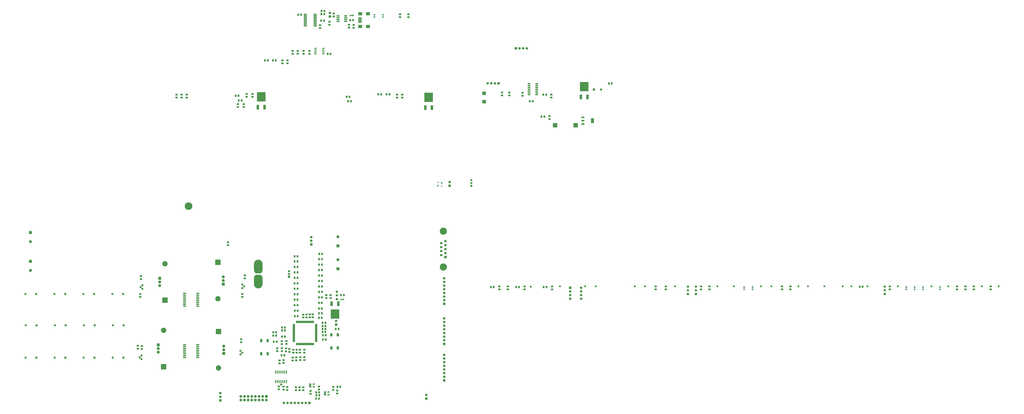
<source format=gts>
G04*
G04 #@! TF.GenerationSoftware,Altium Limited,Altium Designer,21.5.1 (32)*
G04*
G04 Layer_Color=8388736*
%FSLAX43Y43*%
%MOMM*%
G71*
G04*
G04 #@! TF.SameCoordinates,449709A0-46AC-47EF-B127-1EA7B65E703A*
G04*
G04*
G04 #@! TF.FilePolarity,Negative*
G04*
G01*
G75*
%ADD39R,1.306X1.058*%
%ADD46R,1.503X1.203*%
%ADD47R,1.203X1.503*%
%ADD48C,5.400*%
%ADD49O,2.303X0.803*%
%ADD50O,2.303X0.553*%
%ADD51R,1.723X0.803*%
%ADD52O,2.053X0.903*%
%ADD53R,1.503X0.903*%
%ADD54R,0.711X2.235*%
%ADD55O,0.711X2.235*%
G04:AMPARAMS|DCode=56|XSize=0.503mm|YSize=1.653mm|CornerRadius=0.151mm|HoleSize=0mm|Usage=FLASHONLY|Rotation=90.000|XOffset=0mm|YOffset=0mm|HoleType=Round|Shape=RoundedRectangle|*
%AMROUNDEDRECTD56*
21,1,0.503,1.351,0,0,90.0*
21,1,0.201,1.653,0,0,90.0*
1,1,0.302,0.676,0.101*
1,1,0.302,0.676,-0.101*
1,1,0.302,-0.676,-0.101*
1,1,0.302,-0.676,0.101*
%
%ADD56ROUNDEDRECTD56*%
G04:AMPARAMS|DCode=57|XSize=0.503mm|YSize=1.653mm|CornerRadius=0.151mm|HoleSize=0mm|Usage=FLASHONLY|Rotation=0.000|XOffset=0mm|YOffset=0mm|HoleType=Round|Shape=RoundedRectangle|*
%AMROUNDEDRECTD57*
21,1,0.503,1.351,0,0,0.0*
21,1,0.201,1.653,0,0,0.0*
1,1,0.302,0.101,-0.676*
1,1,0.302,-0.101,-0.676*
1,1,0.302,-0.101,0.676*
1,1,0.302,0.101,0.676*
%
%ADD57ROUNDEDRECTD57*%
%ADD58R,1.053X0.613*%
%ADD59R,2.103X3.403*%
%ADD60R,2.103X1.103*%
%ADD61R,3.123X3.053*%
%ADD62R,2.703X2.203*%
%ADD63R,2.453X0.703*%
%ADD64O,2.303X0.903*%
%ADD65R,1.003X1.003*%
%ADD66R,1.003X1.003*%
%ADD67R,6.003X6.403*%
%ADD68R,1.803X3.203*%
%ADD69R,2.553X2.403*%
%ADD70R,1.603X2.303*%
%ADD71R,1.703X1.703*%
%ADD72C,1.703*%
%ADD73C,2.003*%
%ADD74R,2.003X2.003*%
%ADD75R,1.703X1.703*%
%ADD76C,1.500*%
%ADD77R,1.500X1.500*%
G04:AMPARAMS|DCode=78|XSize=6.6mm|YSize=2.6mm|CornerRadius=1.3mm|HoleSize=0mm|Usage=FLASHONLY|Rotation=90.000|XOffset=0mm|YOffset=0mm|HoleType=Round|Shape=RoundedRectangle|*
%AMROUNDEDRECTD78*
21,1,6.600,0.000,0,0,90.0*
21,1,4.000,2.600,0,0,90.0*
1,1,2.600,0.000,2.000*
1,1,2.600,0.000,-2.000*
1,1,2.600,0.000,-2.000*
1,1,2.600,0.000,2.000*
%
%ADD78ROUNDEDRECTD78*%
%ADD79C,1.450*%
G04:AMPARAMS|DCode=80|XSize=1.219mm|YSize=1.219mm|CornerRadius=0.356mm|HoleSize=0mm|Usage=FLASHONLY|Rotation=90.000|XOffset=0mm|YOffset=0mm|HoleType=Round|Shape=RoundedRectangle|*
%AMROUNDEDRECTD80*
21,1,1.219,0.508,0,0,90.0*
21,1,0.508,1.219,0,0,90.0*
1,1,0.711,0.254,0.254*
1,1,0.711,0.254,-0.254*
1,1,0.711,-0.254,-0.254*
1,1,0.711,-0.254,0.254*
%
%ADD80ROUNDEDRECTD80*%
%ADD81C,1.603*%
%ADD82R,1.603X1.603*%
%ADD83R,2.000X2.000*%
%ADD84C,2.000*%
%ADD85R,3.700X3.700*%
%ADD86C,3.700*%
%ADD87C,1.403*%
%ADD88R,1.403X1.403*%
%ADD89R,1.703X1.703*%
%ADD90C,1.853*%
%ADD91R,1.853X1.853*%
%ADD92C,5.003*%
%ADD93R,1.703X1.703*%
%ADD94R,1.450X1.450*%
%ADD95C,1.553*%
%ADD96R,1.553X1.553*%
%ADD97C,5.283*%
%ADD98C,0.457*%
%ADD99C,0.711*%
%ADD100C,1.473*%
G36*
X197238Y116768D02*
X197392Y116666D01*
X197673Y116425D01*
X197922Y116152D01*
X198136Y115850D01*
X198311Y115524D01*
X198444Y115179D01*
X198535Y114820D01*
X198580Y114453D01*
Y114268D01*
X198580Y114268D01*
X198580Y110268D01*
Y110032D01*
X198506Y109565D01*
X198360Y109116D01*
X198146Y108696D01*
X197868Y108314D01*
X197534Y107980D01*
X197152Y107702D01*
X196732Y107488D01*
X196283Y107342D01*
X195816Y107268D01*
X195344D01*
X194878Y107342D01*
X194428Y107488D01*
X194008Y107702D01*
X193626Y107980D01*
X193292Y108314D01*
X193014Y108696D01*
X192800Y109116D01*
X192654Y109565D01*
X192580Y110032D01*
Y110268D01*
X192580D01*
Y114268D01*
Y114453D01*
X192625Y114820D01*
X192716Y115179D01*
X192849Y115524D01*
X193024Y115850D01*
X193238Y116152D01*
X193487Y116425D01*
X193768Y116666D01*
X193922Y116768D01*
X193922Y116768D01*
X197238Y116768D01*
D02*
G37*
G36*
X196283Y127194D02*
X196732Y127048D01*
X197152Y126834D01*
X197534Y126556D01*
X197868Y126222D01*
X198146Y125840D01*
X198360Y125420D01*
X198506Y124970D01*
X198580Y124504D01*
Y124268D01*
X198580Y120268D01*
Y120083D01*
X198535Y119716D01*
X198444Y119357D01*
X198311Y119012D01*
X198136Y118686D01*
X197922Y118384D01*
X197673Y118111D01*
X197392Y117870D01*
X197238Y117768D01*
X197238Y117768D01*
X193922Y117768D01*
X193768Y117870D01*
X193487Y118111D01*
X193238Y118384D01*
X193024Y118686D01*
X192849Y119012D01*
X192716Y119357D01*
X192625Y119716D01*
X192580Y120083D01*
X192580Y120268D01*
Y124268D01*
Y124504D01*
X192654Y124970D01*
X192800Y125420D01*
X193014Y125840D01*
X193292Y126222D01*
X193626Y126556D01*
X194008Y126834D01*
X194428Y127048D01*
X194878Y127194D01*
X195344Y127268D01*
X195816D01*
X196283Y127194D01*
D02*
G37*
D39*
X261406Y297524D02*
D03*
X259853D02*
D03*
D46*
X114554Y65040D02*
D03*
Y67040D02*
D03*
X113993Y113775D02*
D03*
Y115775D02*
D03*
X184404Y101362D02*
D03*
Y103362D02*
D03*
X183642Y71750D02*
D03*
Y69750D02*
D03*
X245872Y100600D02*
D03*
Y102600D02*
D03*
X242824Y100600D02*
D03*
Y102600D02*
D03*
X479044Y108580D02*
D03*
Y106580D02*
D03*
X471932Y108580D02*
D03*
Y106580D02*
D03*
X509397Y108580D02*
D03*
Y106580D02*
D03*
X503555Y108580D02*
D03*
Y106580D02*
D03*
X565658Y108580D02*
D03*
Y106580D02*
D03*
X559816Y108580D02*
D03*
Y106580D02*
D03*
X369062Y108580D02*
D03*
Y106580D02*
D03*
X363220Y108580D02*
D03*
Y106580D02*
D03*
X380746Y108580D02*
D03*
Y106580D02*
D03*
X399923Y108580D02*
D03*
Y106580D02*
D03*
X634873Y108580D02*
D03*
Y106580D02*
D03*
X693293Y108580D02*
D03*
Y106580D02*
D03*
X687451Y108580D02*
D03*
Y106580D02*
D03*
X681609Y108580D02*
D03*
Y106580D02*
D03*
X704977Y108580D02*
D03*
Y106580D02*
D03*
X219456Y270780D02*
D03*
Y272780D02*
D03*
X227076D02*
D03*
Y270780D02*
D03*
X215900Y266176D02*
D03*
Y264176D02*
D03*
X238506Y290740D02*
D03*
Y288740D02*
D03*
X261874Y288915D02*
D03*
Y290915D02*
D03*
X245085Y293102D02*
D03*
Y291102D02*
D03*
X299974Y298295D02*
D03*
Y296295D02*
D03*
X294132Y298295D02*
D03*
Y296295D02*
D03*
X399415Y242300D02*
D03*
Y240300D02*
D03*
X370205Y243824D02*
D03*
Y241824D02*
D03*
X365125Y243824D02*
D03*
Y241824D02*
D03*
X379349Y241570D02*
D03*
Y243570D02*
D03*
X398145Y227308D02*
D03*
Y225308D02*
D03*
X224358Y38338D02*
D03*
Y36338D02*
D03*
X211947Y70474D02*
D03*
Y68474D02*
D03*
X214808Y65424D02*
D03*
Y63424D02*
D03*
X226898Y36338D02*
D03*
Y38338D02*
D03*
X215138Y68596D02*
D03*
Y70596D02*
D03*
X208712Y63536D02*
D03*
Y65536D02*
D03*
X227584Y59304D02*
D03*
Y57304D02*
D03*
X224790Y59304D02*
D03*
Y57304D02*
D03*
X221996Y59166D02*
D03*
Y57166D02*
D03*
X219456Y59050D02*
D03*
Y57050D02*
D03*
X227584Y62500D02*
D03*
Y64500D02*
D03*
X224536Y62500D02*
D03*
Y64500D02*
D03*
X222250Y62500D02*
D03*
Y64500D02*
D03*
X219964Y62500D02*
D03*
Y64500D02*
D03*
X237804Y36862D02*
D03*
Y38862D02*
D03*
X215697Y38490D02*
D03*
Y36490D02*
D03*
X186198Y116311D02*
D03*
Y114311D02*
D03*
X111760Y67294D02*
D03*
Y65294D02*
D03*
X247710Y36608D02*
D03*
Y38608D02*
D03*
X113522Y101367D02*
D03*
Y103367D02*
D03*
X233426Y87138D02*
D03*
Y89138D02*
D03*
X231394Y87138D02*
D03*
Y89138D02*
D03*
X226822Y87000D02*
D03*
Y89000D02*
D03*
X229108Y89022D02*
D03*
Y87022D02*
D03*
X217170Y65024D02*
D03*
Y63024D02*
D03*
X223012Y272780D02*
D03*
Y270780D02*
D03*
X231140D02*
D03*
Y272780D02*
D03*
X212344Y266176D02*
D03*
Y264176D02*
D03*
X145796Y240300D02*
D03*
Y242300D02*
D03*
X142240Y240300D02*
D03*
Y242300D02*
D03*
X138684Y240300D02*
D03*
Y242300D02*
D03*
X295656Y240300D02*
D03*
Y242300D02*
D03*
X292100Y240300D02*
D03*
Y242300D02*
D03*
X191516Y240792D02*
D03*
Y242792D02*
D03*
X187452Y240792D02*
D03*
Y242792D02*
D03*
X185420Y233696D02*
D03*
Y235696D02*
D03*
X181356Y233696D02*
D03*
Y235696D02*
D03*
X258699Y289005D02*
D03*
Y291005D02*
D03*
X248031Y298803D02*
D03*
Y296803D02*
D03*
X174498Y137430D02*
D03*
Y139430D02*
D03*
X221818Y36338D02*
D03*
Y38338D02*
D03*
X212039Y63602D02*
D03*
Y65602D02*
D03*
X213141Y36744D02*
D03*
Y38744D02*
D03*
X209839Y36982D02*
D03*
Y38982D02*
D03*
X210347Y57032D02*
D03*
Y55032D02*
D03*
X250520Y34068D02*
D03*
Y36068D02*
D03*
X213157Y57286D02*
D03*
Y55286D02*
D03*
X231978Y33814D02*
D03*
Y35814D02*
D03*
D47*
X255116Y102616D02*
D03*
X253116D02*
D03*
X242554Y74676D02*
D03*
X240554D02*
D03*
X615934Y108469D02*
D03*
X613934D02*
D03*
X207756Y266192D02*
D03*
X205756D02*
D03*
X202284Y266192D02*
D03*
X200284D02*
D03*
X245856Y270764D02*
D03*
X243856D02*
D03*
X260080Y237744D02*
D03*
X258080D02*
D03*
X183996Y238252D02*
D03*
X181996D02*
D03*
X257064Y240792D02*
D03*
X259064D02*
D03*
X181848Y241554D02*
D03*
X179848D02*
D03*
X241324Y293891D02*
D03*
X239324D02*
D03*
X241513Y298438D02*
D03*
X239513D02*
D03*
X386445Y237744D02*
D03*
X384445D02*
D03*
X250614Y38728D02*
D03*
X252614D02*
D03*
X238042Y32782D02*
D03*
X236042D02*
D03*
X235788Y30496D02*
D03*
X237788D02*
D03*
X235904Y34814D02*
D03*
X237904D02*
D03*
X242300Y78994D02*
D03*
X240300D02*
D03*
X242300Y83312D02*
D03*
X240300D02*
D03*
X242300Y81026D02*
D03*
X240300D02*
D03*
X242300Y76962D02*
D03*
X240300D02*
D03*
X214106Y73660D02*
D03*
X212106D02*
D03*
X206010Y76708D02*
D03*
X208010D02*
D03*
X251444Y78994D02*
D03*
X249444D02*
D03*
X214106Y77978D02*
D03*
X212106D02*
D03*
X214106Y80010D02*
D03*
X212106D02*
D03*
X242554Y71628D02*
D03*
X240554D02*
D03*
X222869Y129642D02*
D03*
X220869D02*
D03*
X222869Y126086D02*
D03*
X220869D02*
D03*
X222869Y122276D02*
D03*
X220869D02*
D03*
X222869Y118466D02*
D03*
X220869D02*
D03*
X222869Y114656D02*
D03*
X220869D02*
D03*
X222869Y110846D02*
D03*
X220869D02*
D03*
X222869Y107036D02*
D03*
X220869D02*
D03*
X222869Y103226D02*
D03*
X220869D02*
D03*
X222869Y99416D02*
D03*
X220869D02*
D03*
X222869Y95606D02*
D03*
X220869D02*
D03*
X222996Y91796D02*
D03*
X220996D02*
D03*
X222996Y87884D02*
D03*
X220996D02*
D03*
X240014Y131318D02*
D03*
X238014D02*
D03*
X239760Y86766D02*
D03*
X237760D02*
D03*
X239744Y89916D02*
D03*
X237744D02*
D03*
X239760Y93218D02*
D03*
X237760D02*
D03*
X239760Y97180D02*
D03*
X237760D02*
D03*
X239887Y100990D02*
D03*
X237887D02*
D03*
X239887Y104800D02*
D03*
X237887D02*
D03*
X239887Y108610D02*
D03*
X237887D02*
D03*
X239887Y112420D02*
D03*
X237887D02*
D03*
X239887Y116230D02*
D03*
X237887D02*
D03*
X239887Y120040D02*
D03*
X237887D02*
D03*
X239887Y123850D02*
D03*
X237887D02*
D03*
X239887Y127660D02*
D03*
X237887D02*
D03*
X359394Y108215D02*
D03*
X357394D02*
D03*
X376920D02*
D03*
X374920D02*
D03*
X396097D02*
D03*
X394097D02*
D03*
X286861Y242570D02*
D03*
X284861D02*
D03*
X281019D02*
D03*
X279019D02*
D03*
X261544Y294222D02*
D03*
X259544D02*
D03*
X225358Y297981D02*
D03*
X223358D02*
D03*
X241589Y300648D02*
D03*
X239589D02*
D03*
X395827Y242316D02*
D03*
X393827D02*
D03*
X394573Y226943D02*
D03*
X392573D02*
D03*
X441436Y250057D02*
D03*
X439436D02*
D03*
X208375Y70109D02*
D03*
X206375D02*
D03*
X208010Y74422D02*
D03*
X206010D02*
D03*
X213750Y60604D02*
D03*
X211750D02*
D03*
D48*
X195580Y122367D02*
D03*
Y112018D02*
D03*
D49*
X153419Y66675D02*
D03*
Y65405D02*
D03*
Y67945D02*
D03*
Y62865D02*
D03*
Y64135D02*
D03*
Y61595D02*
D03*
Y59055D02*
D03*
Y60325D02*
D03*
X144269Y62865D02*
D03*
Y64135D02*
D03*
Y67945D02*
D03*
Y65405D02*
D03*
Y66675D02*
D03*
Y59055D02*
D03*
Y60325D02*
D03*
Y61595D02*
D03*
X153419Y102489D02*
D03*
Y101219D02*
D03*
Y103759D02*
D03*
Y98679D02*
D03*
Y99949D02*
D03*
Y97409D02*
D03*
Y94869D02*
D03*
Y96139D02*
D03*
X144269Y98679D02*
D03*
Y99949D02*
D03*
Y103759D02*
D03*
Y101219D02*
D03*
Y102489D02*
D03*
Y94869D02*
D03*
Y96139D02*
D03*
Y97409D02*
D03*
D50*
X235200Y296497D02*
D03*
Y295847D02*
D03*
Y297147D02*
D03*
Y294547D02*
D03*
Y293897D02*
D03*
Y295197D02*
D03*
Y298447D02*
D03*
Y297797D02*
D03*
Y291947D02*
D03*
Y292597D02*
D03*
Y290647D02*
D03*
Y289997D02*
D03*
Y291297D02*
D03*
Y293247D02*
D03*
X228300Y294547D02*
D03*
Y293897D02*
D03*
Y295197D02*
D03*
Y297797D02*
D03*
Y298447D02*
D03*
Y296497D02*
D03*
Y295847D02*
D03*
Y297147D02*
D03*
Y290647D02*
D03*
Y291297D02*
D03*
Y289997D02*
D03*
Y293247D02*
D03*
Y291947D02*
D03*
Y292597D02*
D03*
D51*
X240792Y274574D02*
D03*
Y272034D02*
D03*
Y273304D02*
D03*
Y270764D02*
D03*
X235312D02*
D03*
Y273304D02*
D03*
Y274574D02*
D03*
Y272034D02*
D03*
D52*
X389288Y248660D02*
D03*
Y249930D02*
D03*
Y246120D02*
D03*
Y247390D02*
D03*
Y244850D02*
D03*
Y242310D02*
D03*
Y243580D02*
D03*
X383888Y246120D02*
D03*
Y249930D02*
D03*
Y247390D02*
D03*
Y248660D02*
D03*
Y242310D02*
D03*
Y243580D02*
D03*
Y244850D02*
D03*
D53*
X234124Y40574D02*
D03*
Y38674D02*
D03*
X231724Y39624D02*
D03*
Y40574D02*
D03*
Y38674D02*
D03*
X244380Y35011D02*
D03*
Y33111D02*
D03*
X241980Y34061D02*
D03*
Y35011D02*
D03*
Y33111D02*
D03*
D54*
X215173Y48920D02*
D03*
D55*
X213903D02*
D03*
X211363D02*
D03*
X212633D02*
D03*
X213903Y42316D02*
D03*
X215173D02*
D03*
X211363D02*
D03*
X212633D02*
D03*
X210093Y48920D02*
D03*
X207553D02*
D03*
X208823D02*
D03*
Y42316D02*
D03*
X210093D02*
D03*
X207553D02*
D03*
D56*
X235817Y80700D02*
D03*
Y81200D02*
D03*
Y79700D02*
D03*
Y80200D02*
D03*
Y81700D02*
D03*
Y82200D02*
D03*
Y77200D02*
D03*
Y77700D02*
D03*
Y76200D02*
D03*
Y76700D02*
D03*
Y78700D02*
D03*
Y79200D02*
D03*
Y78200D02*
D03*
Y73700D02*
D03*
Y74200D02*
D03*
Y75200D02*
D03*
Y75700D02*
D03*
Y74700D02*
D03*
Y71200D02*
D03*
Y71700D02*
D03*
Y70200D02*
D03*
Y70700D02*
D03*
Y72700D02*
D03*
Y73200D02*
D03*
Y72200D02*
D03*
X220367Y80200D02*
D03*
Y79200D02*
D03*
Y79700D02*
D03*
Y81700D02*
D03*
Y82200D02*
D03*
Y80700D02*
D03*
Y81200D02*
D03*
Y76700D02*
D03*
Y77200D02*
D03*
Y75700D02*
D03*
Y76200D02*
D03*
Y78200D02*
D03*
Y78700D02*
D03*
Y77700D02*
D03*
Y73700D02*
D03*
Y74200D02*
D03*
Y74700D02*
D03*
Y75200D02*
D03*
Y71200D02*
D03*
Y71700D02*
D03*
Y70200D02*
D03*
Y70700D02*
D03*
Y72700D02*
D03*
Y73200D02*
D03*
Y72200D02*
D03*
D57*
X234092Y83925D02*
D03*
X233592D02*
D03*
X229592D02*
D03*
X229092D02*
D03*
X230592D02*
D03*
X230092D02*
D03*
X227592D02*
D03*
X227092D02*
D03*
X228592D02*
D03*
X228092D02*
D03*
X232092D02*
D03*
X231592D02*
D03*
X233092D02*
D03*
X232592D02*
D03*
X231092D02*
D03*
X229592Y68475D02*
D03*
X229092D02*
D03*
X230592D02*
D03*
X230092D02*
D03*
X227592D02*
D03*
X227092D02*
D03*
X228592D02*
D03*
X228092D02*
D03*
X233092D02*
D03*
X232592D02*
D03*
X234092D02*
D03*
X233592D02*
D03*
X231592D02*
D03*
X231092D02*
D03*
X232092D02*
D03*
X224092Y83925D02*
D03*
X223592D02*
D03*
X225092D02*
D03*
X224592D02*
D03*
X222092D02*
D03*
X223092D02*
D03*
X222592D02*
D03*
X226092D02*
D03*
X225592D02*
D03*
X226592D02*
D03*
X223092Y68475D02*
D03*
X224092D02*
D03*
X223592D02*
D03*
X222592D02*
D03*
X222092D02*
D03*
X225592D02*
D03*
X225092D02*
D03*
X226592D02*
D03*
X226092D02*
D03*
X224592D02*
D03*
D58*
X323143Y180532D02*
D03*
Y181182D02*
D03*
Y178482D02*
D03*
X320493Y179132D02*
D03*
Y181182D02*
D03*
Y178482D02*
D03*
D59*
X428038Y224149D02*
D03*
D60*
X421338D02*
D03*
Y226449D02*
D03*
Y221849D02*
D03*
D61*
X416384Y220980D02*
D03*
X402004D02*
D03*
D62*
X271926Y298684D02*
D03*
Y289784D02*
D03*
X266476Y298684D02*
D03*
Y289784D02*
D03*
D63*
X266351Y293434D02*
D03*
Y294234D02*
D03*
Y295834D02*
D03*
Y295034D02*
D03*
Y292634D02*
D03*
D64*
X256396Y297143D02*
D03*
Y294603D02*
D03*
Y295873D02*
D03*
Y293333D02*
D03*
X251096Y294603D02*
D03*
Y297143D02*
D03*
Y295873D02*
D03*
Y293333D02*
D03*
D65*
X539369Y108203D02*
D03*
Y106703D02*
D03*
X533527Y108203D02*
D03*
Y106703D02*
D03*
X657987Y108203D02*
D03*
Y106703D02*
D03*
X652145Y108203D02*
D03*
Y106703D02*
D03*
X646303Y108203D02*
D03*
Y106703D02*
D03*
X669671Y108203D02*
D03*
Y106703D02*
D03*
X282194Y297918D02*
D03*
Y296418D02*
D03*
X276352Y297918D02*
D03*
Y296418D02*
D03*
D66*
X254750Y99568D02*
D03*
X253250D02*
D03*
D67*
X314055Y240417D02*
D03*
X197612Y240792D02*
D03*
X248920Y89408D02*
D03*
X422275Y247904D02*
D03*
D68*
X311765Y233217D02*
D03*
X316345D02*
D03*
X195322Y233592D02*
D03*
X199902D02*
D03*
X251210Y96608D02*
D03*
X246630D02*
D03*
X419985Y240704D02*
D03*
X424565D02*
D03*
D69*
X352679Y243209D02*
D03*
Y237359D02*
D03*
D70*
X246416Y65808D02*
D03*
Y74908D02*
D03*
X250916D02*
D03*
Y65808D02*
D03*
X202148Y70844D02*
D03*
Y61744D02*
D03*
X197648Y70844D02*
D03*
Y61744D02*
D03*
D71*
X169164Y29210D02*
D03*
X232410Y137922D02*
D03*
X328676Y178816D02*
D03*
X324866Y43191D02*
D03*
Y96531D02*
D03*
Y68591D02*
D03*
X325726Y129091D02*
D03*
X312420Y30480D02*
D03*
D72*
X169164Y31750D02*
D03*
Y34290D02*
D03*
X420116Y107707D02*
D03*
Y105167D02*
D03*
Y102627D02*
D03*
Y100087D02*
D03*
X412496Y105167D02*
D03*
Y102627D02*
D03*
Y100087D02*
D03*
X232410Y140462D02*
D03*
Y143002D02*
D03*
X328676Y181356D02*
D03*
X324866Y58431D02*
D03*
Y55891D02*
D03*
Y60971D02*
D03*
Y50811D02*
D03*
Y53351D02*
D03*
Y45731D02*
D03*
Y48271D02*
D03*
Y111771D02*
D03*
Y109231D02*
D03*
Y114311D02*
D03*
Y104151D02*
D03*
Y106691D02*
D03*
Y99071D02*
D03*
Y101611D02*
D03*
Y83831D02*
D03*
Y81291D02*
D03*
Y86371D02*
D03*
Y76211D02*
D03*
Y78751D02*
D03*
Y71131D02*
D03*
Y73671D02*
D03*
X223520Y27443D02*
D03*
X226060D02*
D03*
X220980D02*
D03*
X228600D02*
D03*
X215900D02*
D03*
X213360D02*
D03*
X218440D02*
D03*
X245389Y299251D02*
D03*
X249682Y84582D02*
D03*
X325726Y140171D02*
D03*
Y134631D02*
D03*
Y131861D02*
D03*
Y137401D02*
D03*
X322886Y136016D02*
D03*
Y138786D02*
D03*
Y133246D02*
D03*
Y130476D02*
D03*
X382397Y274574D02*
D03*
X379857D02*
D03*
X377317D02*
D03*
X355092Y250190D02*
D03*
X357632D02*
D03*
X360172D02*
D03*
X312420Y33020D02*
D03*
D73*
X37084Y139827D02*
D03*
X250952Y143256D02*
D03*
Y127254D02*
D03*
X37084Y119761D02*
D03*
D74*
Y146177D02*
D03*
X250952Y136906D02*
D03*
Y120904D02*
D03*
X37084Y126111D02*
D03*
D75*
X412496Y107707D02*
D03*
X231140Y27443D02*
D03*
D76*
X216980Y119178D02*
D03*
Y117268D02*
D03*
D77*
Y115358D02*
D03*
D78*
X195580Y122268D02*
D03*
Y112268D02*
D03*
D79*
X184404Y62484D02*
D03*
X183134Y63754D02*
D03*
Y61214D02*
D03*
X185690Y108707D02*
D03*
X184420Y109977D02*
D03*
Y107437D02*
D03*
X114316Y60457D02*
D03*
X113046Y59187D02*
D03*
X114316Y57917D02*
D03*
X115046Y109479D02*
D03*
X113776Y108209D02*
D03*
X115046Y106939D02*
D03*
X33640Y103378D02*
D03*
X53833D02*
D03*
X73899D02*
D03*
X94092D02*
D03*
X33915Y81500D02*
D03*
X54108D02*
D03*
X74301D02*
D03*
X94494D02*
D03*
X33767Y58980D02*
D03*
X53960D02*
D03*
X74153D02*
D03*
X94346D02*
D03*
D80*
X385064Y108458D02*
D03*
X405384Y108723D02*
D03*
X422910D02*
D03*
X430276D02*
D03*
X457454D02*
D03*
X464566D02*
D03*
X485394D02*
D03*
X514985D02*
D03*
X526415D02*
D03*
X545211D02*
D03*
X552450D02*
D03*
X571246D02*
D03*
X577850D02*
D03*
X589280D02*
D03*
X602107D02*
D03*
X608076D02*
D03*
X619252D02*
D03*
X640461D02*
D03*
X663829D02*
D03*
X675513D02*
D03*
X698881D02*
D03*
X710565D02*
D03*
D81*
X499999Y105929D02*
D03*
Y108529D02*
D03*
X494411Y105929D02*
D03*
Y108529D02*
D03*
X631317Y105929D02*
D03*
Y108529D02*
D03*
X250190Y102422D02*
D03*
Y105022D02*
D03*
D82*
X499999Y103329D02*
D03*
X494411D02*
D03*
X631317D02*
D03*
X250190Y99822D02*
D03*
D83*
X171589Y61966D02*
D03*
X171196Y110236D02*
D03*
X126029Y67933D02*
D03*
X127000Y114320D02*
D03*
D84*
X171589Y67066D02*
D03*
Y64516D02*
D03*
X171196Y115336D02*
D03*
Y112786D02*
D03*
X126029Y65383D02*
D03*
Y62833D02*
D03*
X127000Y111770D02*
D03*
Y109220D02*
D03*
D85*
X167894Y77216D02*
D03*
X167501Y125486D02*
D03*
X129725Y52683D02*
D03*
X130695Y99070D02*
D03*
D86*
X167894Y51816D02*
D03*
X167501Y100086D02*
D03*
X129725Y78083D02*
D03*
X130695Y124470D02*
D03*
D87*
X343773Y180689D02*
D03*
Y182689D02*
D03*
D88*
Y178689D02*
D03*
D89*
X245389Y296711D02*
D03*
X249682Y82042D02*
D03*
D90*
X196088Y32004D02*
D03*
X198628D02*
D03*
X193548D02*
D03*
X191008D02*
D03*
X188468D02*
D03*
X201168Y29464D02*
D03*
X193548D02*
D03*
X191008D02*
D03*
X198628D02*
D03*
X196088D02*
D03*
X185928D02*
D03*
Y32004D02*
D03*
X183388D02*
D03*
Y29464D02*
D03*
X188468D02*
D03*
D91*
X201168Y32004D02*
D03*
D92*
X324306Y147131D02*
D03*
Y122131D02*
D03*
D93*
X374777Y274574D02*
D03*
X362712Y250190D02*
D03*
D94*
X41140Y103378D02*
D03*
X61333D02*
D03*
X81399D02*
D03*
X101592D02*
D03*
X41415Y81500D02*
D03*
X61608D02*
D03*
X81801D02*
D03*
X101994D02*
D03*
X41267Y58980D02*
D03*
X61460D02*
D03*
X81653D02*
D03*
X101846D02*
D03*
D95*
X434046Y245866D02*
D03*
D96*
X429046D02*
D03*
D97*
X147066Y164592D02*
D03*
D98*
X211430Y40259D02*
D03*
D03*
D99*
D03*
D100*
D03*
D03*
M02*

</source>
